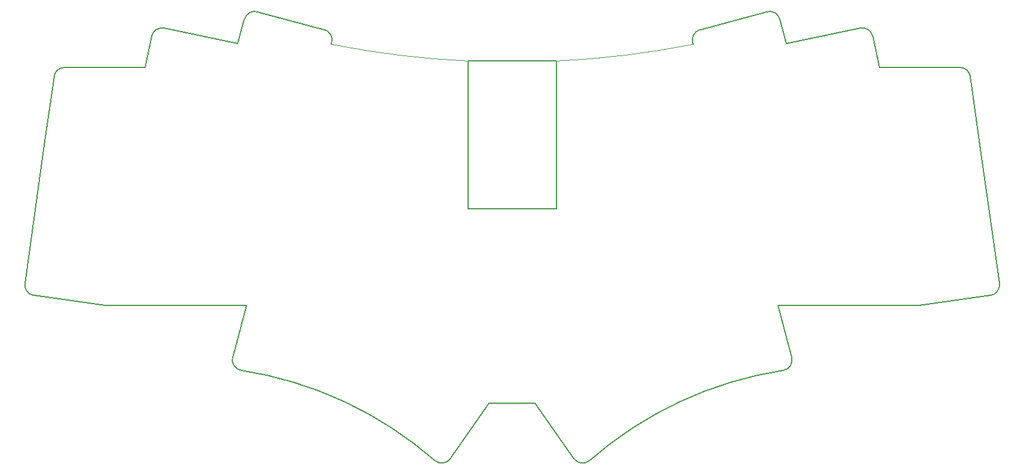
<source format=gbr>
%TF.GenerationSoftware,KiCad,Pcbnew,7.0.6*%
%TF.CreationDate,2025-05-26T00:34:49-04:00*%
%TF.ProjectId,bw2,6277322e-6b69-4636-9164-5f7063625858,2*%
%TF.SameCoordinates,Original*%
%TF.FileFunction,Profile,NP*%
%FSLAX46Y46*%
G04 Gerber Fmt 4.6, Leading zero omitted, Abs format (unit mm)*
G04 Created by KiCad (PCBNEW 7.0.6) date 2025-05-26 00:34:49*
%MOMM*%
%LPD*%
G01*
G04 APERTURE LIST*
%TA.AperFunction,Profile*%
%ADD10C,0.050000*%
%TD*%
%TA.AperFunction,Profile*%
%ADD11C,0.150000*%
%TD*%
G04 APERTURE END LIST*
D10*
X103233476Y98383356D02*
X90768481Y98383344D01*
X103233476Y98383353D02*
G75*
G03*
X122651462Y100762796I-6349299J132237042D01*
G01*
X71315505Y100762776D02*
G75*
G03*
X90768479Y98383345I25831361J130475224D01*
G01*
D11*
X29167290Y65121290D02*
X39332437Y63692677D01*
X39332435Y63692663D02*
G75*
G03*
X39541187Y63678066I208756J1485413D01*
G01*
X39541188Y63678063D02*
X59308139Y63678080D01*
X57345796Y56354571D02*
X59308139Y63678080D01*
X57345796Y56354571D02*
G75*
G03*
X58565131Y54484002I1448900J-388229D01*
G01*
X86005088Y41688536D02*
G75*
G03*
X58565131Y54484000I-35745604J-40836369D01*
G01*
X86005107Y41688557D02*
G75*
G03*
X88221792Y41956857I987969J1128669D01*
G01*
X88222054Y41957207D02*
X93730035Y49823435D01*
X93730035Y49823435D02*
X100236922Y49823418D01*
X100236922Y49823418D02*
X105744910Y41957216D01*
X105745166Y41956856D02*
G75*
G03*
X107961849Y41688543I1228720J860355D01*
G01*
X135401831Y54484016D02*
G75*
G03*
X107961850Y41688544I8305638J-53631853D01*
G01*
X135401828Y54484033D02*
G75*
G03*
X136621151Y56354552I-229553J1482313D01*
G01*
X134658836Y63678078D02*
X136621152Y56354552D01*
X134658836Y63678078D02*
X154425774Y63678079D01*
X154425774Y63678073D02*
G75*
G03*
X154634519Y63692670I-6J1499994D01*
G01*
X154634519Y63692669D02*
X164799656Y65121290D01*
X164799656Y65121288D02*
G75*
G03*
X166076305Y66815453I-208752J1485402D01*
G01*
X163306765Y86521793D02*
X166076306Y66815453D01*
X163306704Y86522239D02*
X161947690Y96192103D01*
X161947688Y96192103D02*
G75*
G03*
X160462286Y97483346I-1485402J-208756D01*
G01*
X160462286Y97483346D02*
X149055642Y97483352D01*
X149055642Y97483352D02*
X148116063Y101903777D01*
X148116050Y101903774D02*
G75*
G03*
X146336980Y103059133I-1467210J-311849D01*
G01*
X135883084Y100837085D02*
X146336981Y103059132D01*
X134947188Y104329919D02*
X135883084Y100837085D01*
X134947179Y104329919D02*
G75*
G03*
X133110062Y105390576I-1448884J-388224D01*
G01*
X133110063Y105390578D02*
X123644006Y102854155D01*
X123644004Y102854162D02*
G75*
G03*
X122583334Y101017032I388227J-1448899D01*
G01*
X122583333Y101017033D02*
X122651462Y100762795D01*
X71315508Y100762792D02*
X71383620Y101017032D01*
X71383614Y101017034D02*
G75*
G03*
X70322966Y102854142I-1448882J388228D01*
G01*
X70322964Y102854146D02*
X60856880Y105390577D01*
X60856882Y105390586D02*
G75*
G03*
X59019771Y104329922I-388217J-1448899D01*
G01*
X58083876Y100837093D02*
X59019770Y104329922D01*
X47629977Y103059132D02*
X58083876Y100837093D01*
X47629977Y103059130D02*
G75*
G03*
X45850897Y101903775I-311864J-1467215D01*
G01*
X45850899Y101903774D02*
X44911305Y97483346D01*
X44911305Y97483346D02*
X33504675Y97483339D01*
X33504675Y97483350D02*
G75*
G03*
X32019269Y96192107I-14J-1499988D01*
G01*
X32019268Y96192107D02*
X30660256Y86522234D01*
X27890655Y66815453D02*
X30660199Y86521789D01*
X27890645Y66815454D02*
G75*
G03*
X29167290Y65121290I1485406J-208758D01*
G01*
%TO.C,U1*%
X90768476Y98383351D02*
X103233476Y98383351D01*
X103233476Y98383351D02*
X103233476Y77388351D01*
X103233476Y77388351D02*
X90768476Y77388351D01*
X90768476Y77388351D02*
X90768476Y98383351D01*
%TD*%
M02*

</source>
